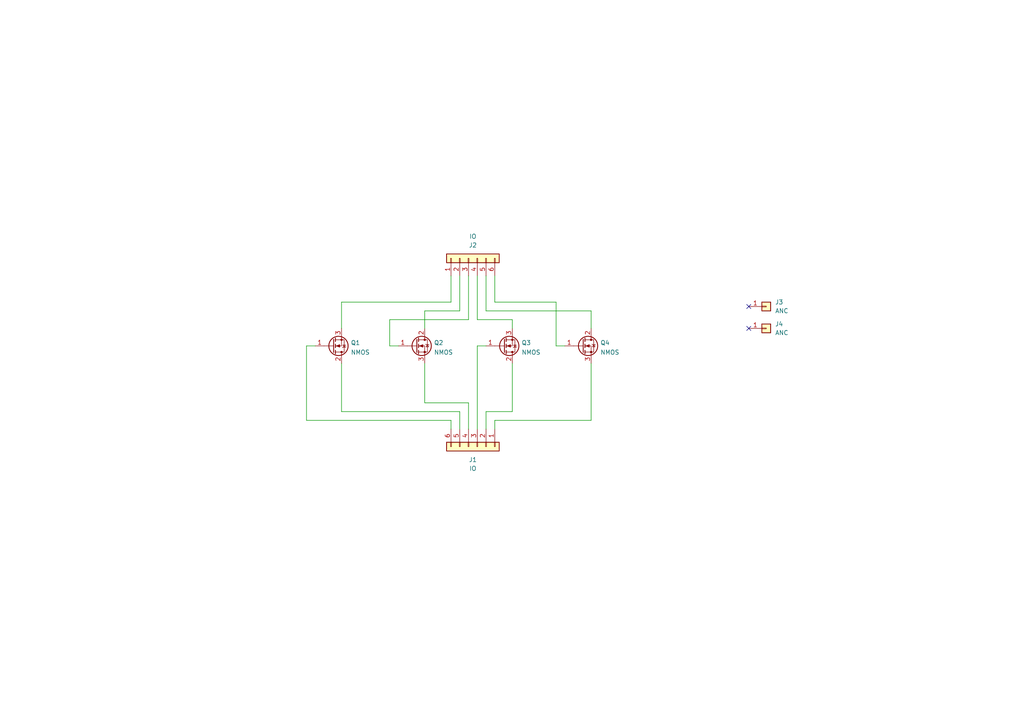
<source format=kicad_sch>
(kicad_sch (version 20211123) (generator eeschema)
  (paper "A4")
  (lib_symbols
    (symbol "Connector_Generic:Conn_01x01" (pin_names (offset 1.016) hide)
      (property "Reference" "J" (at 0 2.54 0))
      (property "Value" "Conn_01x01" (at 0 -2.54 0))
      (symbol "Conn_01x01_1_1"
        (rectangle (start -1.27 0.127) (end 0 -0.127) (stroke (width 0.1524)))
        (rectangle (start -1.27 1.27) (end 1.27 -1.27) (stroke (width 0.254)) (fill (type background)))
        (pin passive line (at -5.08 0 0) (length 3.81) (name "Pin_1") (number "1"))
      )
    )
    (symbol "Connector_Generic:Conn_01x06" (pin_names (offset 1.016) hide)
      (property "Reference" "J" (at 0 7.62 0))
      (property "Value" "Conn_01x06" (at 0 -10.16 0))
      (symbol "Conn_01x06_1_1"
        (rectangle (start -1.27 -7.493) (end 0 -7.747) (stroke (width 0.1524)))
        (rectangle (start -1.27 -4.953) (end 0 -5.207) (stroke (width 0.1524)))
        (rectangle (start -1.27 -2.413) (end 0 -2.667) (stroke (width 0.1524)))
        (rectangle (start -1.27 0.127) (end 0 -0.127) (stroke (width 0.1524)))
        (rectangle (start -1.27 2.667) (end 0 2.413) (stroke (width 0.1524)))
        (rectangle (start -1.27 5.207) (end 0 4.953) (stroke (width 0.1524)))
        (rectangle (start -1.27 6.35) (end 1.27 -8.89) (stroke (width 0.254)) (fill (type background)))
        (pin passive line (at -5.08 5.08 0) (length 3.81) (name "Pin_1") (number "1"))
        (pin passive line (at -5.08 2.54 0) (length 3.81) (name "Pin_2") (number "2"))
        (pin passive line (at -5.08 0 0) (length 3.81) (name "Pin_3") (number "3"))
        (pin passive line (at -5.08 -2.54 0) (length 3.81) (name "Pin_4") (number "4"))
        (pin passive line (at -5.08 -5.08 0) (length 3.81) (name "Pin_5") (number "5"))
        (pin passive line (at -5.08 -7.62 0) (length 3.81) (name "Pin_6") (number "6"))
      )
    )
    (symbol "Device:Q_NMOS_GDS" (pin_names (offset 0) hide)
      (property "Reference" "Q" (at 5.08 1.27 0))
      (property "Value" "Q_NMOS_GDS" (at 5.08 -1.27 0))
      (symbol "Q_NMOS_GDS_0_1"
        (polyline (pts (xy 0.254 0) (xy -2.54 0)))
        (polyline (pts (xy 0.254 1.905) (xy 0.254 -1.905)) (stroke (width 0.254)))
        (polyline (pts (xy 0.762 -1.27) (xy 0.762 -2.286)) (stroke (width 0.254)))
        (polyline (pts (xy 0.762 0.508) (xy 0.762 -0.508)) (stroke (width 0.254)))
        (polyline (pts (xy 0.762 2.286) (xy 0.762 1.27)) (stroke (width 0.254)))
        (polyline (pts (xy 2.54 2.54) (xy 2.54 1.778)))
        (polyline (pts (xy 2.54 -2.54) (xy 2.54 0) (xy 0.762 0)))
        (polyline (pts (xy 0.762 -1.778) (xy 3.302 -1.778) (xy 3.302 1.778) (xy 0.762 1.778)))
        (polyline (pts (xy 1.016 0) (xy 2.032 0.381) (xy 2.032 -0.381) (xy 1.016 0)) (fill (type outline)))
        (polyline (pts (xy 2.794 0.508) (xy 2.921 0.381) (xy 3.683 0.381) (xy 3.81 0.254)))
        (polyline (pts (xy 3.302 0.381) (xy 2.921 -0.254) (xy 3.683 -0.254) (xy 3.302 0.381)))
        (circle (center 1.651 0) (radius 2.794) (stroke (width 0.254)))
        (circle (center 2.54 -1.778) (radius 0.254) (fill (type outline)))
        (circle (center 2.54 1.778) (radius 0.254) (fill (type outline)))
      )
      (symbol "Q_NMOS_GDS_1_1"
        (pin input line (at -5.08 0 0) (length 2.54) (name "G") (number "1"))
        (pin passive line (at 2.54 5.08 270) (length 2.54) (name "D") (number "2"))
        (pin passive line (at 2.54 -5.08 90) (length 2.54) (name "S") (number "3"))
      )
    )
  )
  (no_connect (at 217.17 95.25))
  (no_connect (at 217.17 88.9))
  (wire (pts (xy 148.59 119.38) (xy 140.97 119.38)))
  (wire (pts (xy 148.59 105.41) (xy 148.59 119.38)))
  (wire (pts (xy 123.19 105.41) (xy 123.19 116.84)))
  (wire (pts (xy 140.97 119.38) (xy 140.97 124.46)))
  (wire (pts (xy 161.29 87.63) (xy 161.29 100.33)))
  (wire (pts (xy 99.06 87.63) (xy 99.06 95.25)))
  (wire (pts (xy 99.06 119.38) (xy 133.35 119.38)))
  (wire (pts (xy 140.97 100.33) (xy 138.43 100.33)))
  (wire (pts (xy 135.89 80.01) (xy 135.89 92.71)))
  (wire (pts (xy 138.43 80.01) (xy 138.43 92.71)))
  (wire (pts (xy 133.35 80.01) (xy 133.35 90.17)))
  (wire (pts (xy 130.81 80.01) (xy 130.81 87.63)))
  (wire (pts (xy 135.89 116.84) (xy 135.89 124.46)))
  (wire (pts (xy 113.03 92.71) (xy 113.03 100.33)))
  (wire (pts (xy 133.35 119.38) (xy 133.35 124.46)))
  (wire (pts (xy 171.45 90.17) (xy 171.45 95.25)))
  (wire (pts (xy 161.29 100.33) (xy 163.83 100.33)))
  (wire (pts (xy 123.19 90.17) (xy 123.19 95.25)))
  (wire (pts (xy 143.51 80.01) (xy 143.51 87.63)))
  (wire (pts (xy 133.35 90.17) (xy 123.19 90.17)))
  (wire (pts (xy 130.81 121.92) (xy 130.81 124.46)))
  (wire (pts (xy 171.45 105.41) (xy 171.45 121.92)))
  (wire (pts (xy 171.45 121.92) (xy 143.51 121.92)))
  (wire (pts (xy 140.97 80.01) (xy 140.97 90.17)))
  (wire (pts (xy 123.19 116.84) (xy 135.89 116.84)))
  (wire (pts (xy 91.44 100.33) (xy 88.9 100.33)))
  (wire (pts (xy 143.51 87.63) (xy 161.29 87.63)))
  (wire (pts (xy 148.59 92.71) (xy 148.59 95.25)))
  (wire (pts (xy 143.51 121.92) (xy 143.51 124.46)))
  (wire (pts (xy 138.43 92.71) (xy 148.59 92.71)))
  (wire (pts (xy 138.43 100.33) (xy 138.43 124.46)))
  (wire (pts (xy 113.03 100.33) (xy 115.57 100.33)))
  (wire (pts (xy 99.06 105.41) (xy 99.06 119.38)))
  (wire (pts (xy 88.9 121.92) (xy 130.81 121.92)))
  (wire (pts (xy 140.97 90.17) (xy 171.45 90.17)))
  (wire (pts (xy 130.81 87.63) (xy 99.06 87.63)))
  (wire (pts (xy 88.9 100.33) (xy 88.9 121.92)))
  (wire (pts (xy 135.89 92.71) (xy 113.03 92.71)))
  (symbol (lib_id "Device:Q_NMOS_GDS") (at 168.91 100.33 0) (unit 1)
    (property "Reference" "Q4" (at 174.117 99.4215 0) (effects (justify left)))
    (property "Value" "NMOS" (at 174.117 102.1966 0) (effects (justify left)))
    (property "Footprint" "Package_TO_SOT_SMD:SOT-23" (effects hide))
  )
  (symbol (lib_id "Connector_Generic:Conn_01x01") (at 222.25 95.25 0) (unit 1)
    (property "Reference" "J4" (at 224.79 93.98 0) (effects (justify left)))
    (property "Value" "ANC" (at 224.79 96.52 0) (effects (justify left)))
    (property "Footprint" "Connector_PinHeader_2.54mm:PinHeader_1x01_P2.54mm_Vertical" (effects hide))
  )
  (symbol (lib_id "Device:Q_NMOS_GDS") (at 146.05 100.33 0) (mirror x) (unit 1)
    (property "Reference" "Q3" (at 151.257 99.4215 0) (effects (justify left)))
    (property "Value" "NMOS" (at 151.257 102.1966 0) (effects (justify left)))
    (property "Footprint" "Package_TO_SOT_SMD:SOT-23" (effects hide))
  )
  (symbol (lib_id "Connector_Generic:Conn_01x06") (at 135.89 74.93 90) (unit 1)
    (property "Reference" "J2" (at 137.16 71.12 90))
    (property "Value" "IO" (at 137.16 68.58 90))
    (property "Footprint" "Connector_PinHeader_2.54mm:PinHeader_1x06_P2.54mm_Vertical" (effects hide))
  )
  (symbol (lib_id "Connector_Generic:Conn_01x06") (at 138.43 129.54 270) (unit 1)
    (property "Reference" "J1" (at 137.16 133.35 90))
    (property "Value" "IO" (at 137.16 135.89 90))
    (property "Footprint" "Connector_PinHeader_2.54mm:PinHeader_1x06_P2.54mm_Vertical" (effects hide))
  )
  (symbol (lib_id "Device:Q_NMOS_GDS") (at 96.52 100.33 0) (mirror x) (unit 1)
    (property "Reference" "Q1" (at 101.727 99.4215 0) (effects (justify left)))
    (property "Value" "NMOS" (at 101.727 102.1966 0) (effects (justify left)))
    (property "Footprint" "Package_TO_SOT_SMD:SOT-23" (effects hide))
  )
  (symbol (lib_id "Device:Q_NMOS_GDS") (at 120.65 100.33 0) (unit 1)
    (property "Reference" "Q2" (at 125.857 99.4215 0) (effects (justify left)))
    (property "Value" "NMOS" (at 125.857 102.1966 0) (effects (justify left)))
    (property "Footprint" "Package_TO_SOT_SMD:SOT-23" (effects hide))
  )
  (symbol (lib_id "Connector_Generic:Conn_01x01") (at 222.25 88.9 0) (unit 1)
    (property "Reference" "J3" (at 224.79 87.63 0) (effects (justify left)))
    (property "Value" "ANC" (at 224.79 90.17 0) (effects (justify left)))
    (property "Footprint" "Connector_PinHeader_2.54mm:PinHeader_1x01_P2.54mm_Vertical" (effects hide))
  )
)
</source>
